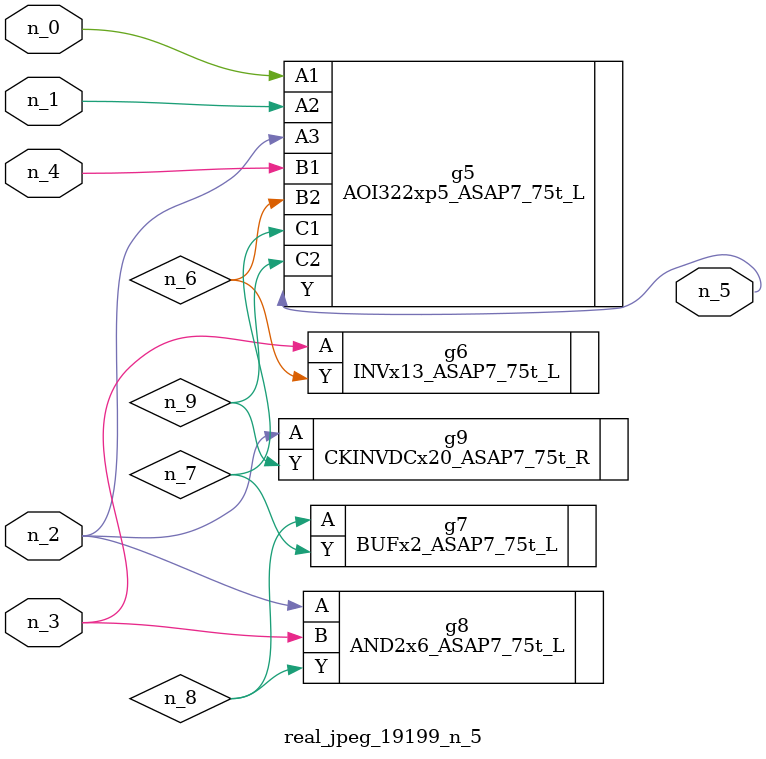
<source format=v>
module real_jpeg_19199_n_5 (n_4, n_0, n_1, n_2, n_3, n_5);

input n_4;
input n_0;
input n_1;
input n_2;
input n_3;

output n_5;

wire n_8;
wire n_6;
wire n_7;
wire n_9;

AOI322xp5_ASAP7_75t_L g5 ( 
.A1(n_0),
.A2(n_1),
.A3(n_2),
.B1(n_4),
.B2(n_6),
.C1(n_7),
.C2(n_9),
.Y(n_5)
);

AND2x6_ASAP7_75t_L g8 ( 
.A(n_2),
.B(n_3),
.Y(n_8)
);

CKINVDCx20_ASAP7_75t_R g9 ( 
.A(n_2),
.Y(n_9)
);

INVx13_ASAP7_75t_L g6 ( 
.A(n_3),
.Y(n_6)
);

BUFx2_ASAP7_75t_L g7 ( 
.A(n_8),
.Y(n_7)
);


endmodule
</source>
